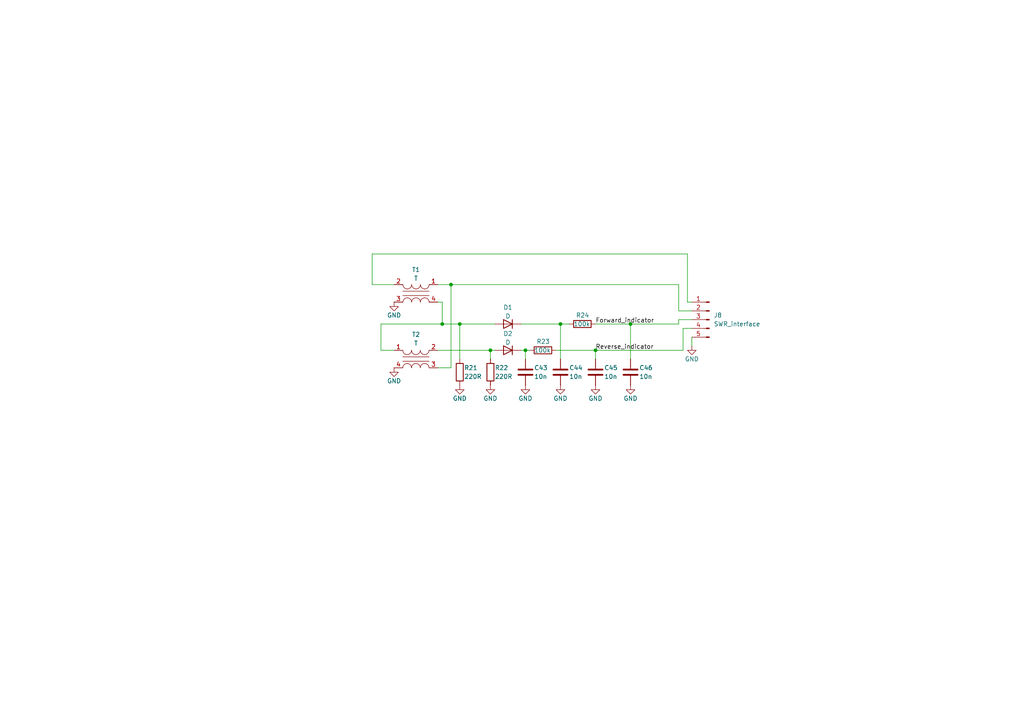
<source format=kicad_sch>
(kicad_sch
	(version 20231120)
	(generator "eeschema")
	(generator_version "8.0")
	(uuid "2bf36542-0dac-4254-987c-241d2bd51dd5")
	(paper "A4")
	(lib_symbols
		(symbol "Connector:Conn_01x05_Pin"
			(pin_names
				(offset 1.016) hide)
			(exclude_from_sim no)
			(in_bom yes)
			(on_board yes)
			(property "Reference" "J"
				(at 0 7.62 0)
				(effects
					(font
						(size 1.27 1.27)
					)
				)
			)
			(property "Value" "Conn_01x05_Pin"
				(at 0 -7.62 0)
				(effects
					(font
						(size 1.27 1.27)
					)
				)
			)
			(property "Footprint" ""
				(at 0 0 0)
				(effects
					(font
						(size 1.27 1.27)
					)
					(hide yes)
				)
			)
			(property "Datasheet" "~"
				(at 0 0 0)
				(effects
					(font
						(size 1.27 1.27)
					)
					(hide yes)
				)
			)
			(property "Description" "Generic connector, single row, 01x05, script generated"
				(at 0 0 0)
				(effects
					(font
						(size 1.27 1.27)
					)
					(hide yes)
				)
			)
			(property "ki_locked" ""
				(at 0 0 0)
				(effects
					(font
						(size 1.27 1.27)
					)
				)
			)
			(property "ki_keywords" "connector"
				(at 0 0 0)
				(effects
					(font
						(size 1.27 1.27)
					)
					(hide yes)
				)
			)
			(property "ki_fp_filters" "Connector*:*_1x??_*"
				(at 0 0 0)
				(effects
					(font
						(size 1.27 1.27)
					)
					(hide yes)
				)
			)
			(symbol "Conn_01x05_Pin_1_1"
				(polyline
					(pts
						(xy 1.27 -5.08) (xy 0.8636 -5.08)
					)
					(stroke
						(width 0.1524)
						(type default)
					)
					(fill
						(type none)
					)
				)
				(polyline
					(pts
						(xy 1.27 -2.54) (xy 0.8636 -2.54)
					)
					(stroke
						(width 0.1524)
						(type default)
					)
					(fill
						(type none)
					)
				)
				(polyline
					(pts
						(xy 1.27 0) (xy 0.8636 0)
					)
					(stroke
						(width 0.1524)
						(type default)
					)
					(fill
						(type none)
					)
				)
				(polyline
					(pts
						(xy 1.27 2.54) (xy 0.8636 2.54)
					)
					(stroke
						(width 0.1524)
						(type default)
					)
					(fill
						(type none)
					)
				)
				(polyline
					(pts
						(xy 1.27 5.08) (xy 0.8636 5.08)
					)
					(stroke
						(width 0.1524)
						(type default)
					)
					(fill
						(type none)
					)
				)
				(rectangle
					(start 0.8636 -4.953)
					(end 0 -5.207)
					(stroke
						(width 0.1524)
						(type default)
					)
					(fill
						(type outline)
					)
				)
				(rectangle
					(start 0.8636 -2.413)
					(end 0 -2.667)
					(stroke
						(width 0.1524)
						(type default)
					)
					(fill
						(type outline)
					)
				)
				(rectangle
					(start 0.8636 0.127)
					(end 0 -0.127)
					(stroke
						(width 0.1524)
						(type default)
					)
					(fill
						(type outline)
					)
				)
				(rectangle
					(start 0.8636 2.667)
					(end 0 2.413)
					(stroke
						(width 0.1524)
						(type default)
					)
					(fill
						(type outline)
					)
				)
				(rectangle
					(start 0.8636 5.207)
					(end 0 4.953)
					(stroke
						(width 0.1524)
						(type default)
					)
					(fill
						(type outline)
					)
				)
				(pin passive line
					(at 5.08 5.08 180)
					(length 3.81)
					(name "Pin_1"
						(effects
							(font
								(size 1.27 1.27)
							)
						)
					)
					(number "1"
						(effects
							(font
								(size 1.27 1.27)
							)
						)
					)
				)
				(pin passive line
					(at 5.08 2.54 180)
					(length 3.81)
					(name "Pin_2"
						(effects
							(font
								(size 1.27 1.27)
							)
						)
					)
					(number "2"
						(effects
							(font
								(size 1.27 1.27)
							)
						)
					)
				)
				(pin passive line
					(at 5.08 0 180)
					(length 3.81)
					(name "Pin_3"
						(effects
							(font
								(size 1.27 1.27)
							)
						)
					)
					(number "3"
						(effects
							(font
								(size 1.27 1.27)
							)
						)
					)
				)
				(pin passive line
					(at 5.08 -2.54 180)
					(length 3.81)
					(name "Pin_4"
						(effects
							(font
								(size 1.27 1.27)
							)
						)
					)
					(number "4"
						(effects
							(font
								(size 1.27 1.27)
							)
						)
					)
				)
				(pin passive line
					(at 5.08 -5.08 180)
					(length 3.81)
					(name "Pin_5"
						(effects
							(font
								(size 1.27 1.27)
							)
						)
					)
					(number "5"
						(effects
							(font
								(size 1.27 1.27)
							)
						)
					)
				)
			)
		)
		(symbol "Device:C"
			(pin_numbers hide)
			(pin_names
				(offset 0.254)
			)
			(exclude_from_sim no)
			(in_bom yes)
			(on_board yes)
			(property "Reference" "C"
				(at 0.635 2.54 0)
				(effects
					(font
						(size 1.27 1.27)
					)
					(justify left)
				)
			)
			(property "Value" "C"
				(at 0.635 -2.54 0)
				(effects
					(font
						(size 1.27 1.27)
					)
					(justify left)
				)
			)
			(property "Footprint" ""
				(at 0.9652 -3.81 0)
				(effects
					(font
						(size 1.27 1.27)
					)
					(hide yes)
				)
			)
			(property "Datasheet" "~"
				(at 0 0 0)
				(effects
					(font
						(size 1.27 1.27)
					)
					(hide yes)
				)
			)
			(property "Description" "Unpolarized capacitor"
				(at 0 0 0)
				(effects
					(font
						(size 1.27 1.27)
					)
					(hide yes)
				)
			)
			(property "ki_keywords" "cap capacitor"
				(at 0 0 0)
				(effects
					(font
						(size 1.27 1.27)
					)
					(hide yes)
				)
			)
			(property "ki_fp_filters" "C_*"
				(at 0 0 0)
				(effects
					(font
						(size 1.27 1.27)
					)
					(hide yes)
				)
			)
			(symbol "C_0_1"
				(polyline
					(pts
						(xy -2.032 -0.762) (xy 2.032 -0.762)
					)
					(stroke
						(width 0.508)
						(type default)
					)
					(fill
						(type none)
					)
				)
				(polyline
					(pts
						(xy -2.032 0.762) (xy 2.032 0.762)
					)
					(stroke
						(width 0.508)
						(type default)
					)
					(fill
						(type none)
					)
				)
			)
			(symbol "C_1_1"
				(pin passive line
					(at 0 3.81 270)
					(length 2.794)
					(name "~"
						(effects
							(font
								(size 1.27 1.27)
							)
						)
					)
					(number "1"
						(effects
							(font
								(size 1.27 1.27)
							)
						)
					)
				)
				(pin passive line
					(at 0 -3.81 90)
					(length 2.794)
					(name "~"
						(effects
							(font
								(size 1.27 1.27)
							)
						)
					)
					(number "2"
						(effects
							(font
								(size 1.27 1.27)
							)
						)
					)
				)
			)
		)
		(symbol "Device:D"
			(pin_numbers hide)
			(pin_names
				(offset 1.016) hide)
			(exclude_from_sim no)
			(in_bom yes)
			(on_board yes)
			(property "Reference" "D"
				(at 0 2.54 0)
				(effects
					(font
						(size 1.27 1.27)
					)
				)
			)
			(property "Value" "D"
				(at 0 -2.54 0)
				(effects
					(font
						(size 1.27 1.27)
					)
				)
			)
			(property "Footprint" ""
				(at 0 0 0)
				(effects
					(font
						(size 1.27 1.27)
					)
					(hide yes)
				)
			)
			(property "Datasheet" "~"
				(at 0 0 0)
				(effects
					(font
						(size 1.27 1.27)
					)
					(hide yes)
				)
			)
			(property "Description" "Diode"
				(at 0 0 0)
				(effects
					(font
						(size 1.27 1.27)
					)
					(hide yes)
				)
			)
			(property "Sim.Device" "D"
				(at 0 0 0)
				(effects
					(font
						(size 1.27 1.27)
					)
					(hide yes)
				)
			)
			(property "Sim.Pins" "1=K 2=A"
				(at 0 0 0)
				(effects
					(font
						(size 1.27 1.27)
					)
					(hide yes)
				)
			)
			(property "ki_keywords" "diode"
				(at 0 0 0)
				(effects
					(font
						(size 1.27 1.27)
					)
					(hide yes)
				)
			)
			(property "ki_fp_filters" "TO-???* *_Diode_* *SingleDiode* D_*"
				(at 0 0 0)
				(effects
					(font
						(size 1.27 1.27)
					)
					(hide yes)
				)
			)
			(symbol "D_0_1"
				(polyline
					(pts
						(xy -1.27 1.27) (xy -1.27 -1.27)
					)
					(stroke
						(width 0.254)
						(type default)
					)
					(fill
						(type none)
					)
				)
				(polyline
					(pts
						(xy 1.27 0) (xy -1.27 0)
					)
					(stroke
						(width 0)
						(type default)
					)
					(fill
						(type none)
					)
				)
				(polyline
					(pts
						(xy 1.27 1.27) (xy 1.27 -1.27) (xy -1.27 0) (xy 1.27 1.27)
					)
					(stroke
						(width 0.254)
						(type default)
					)
					(fill
						(type none)
					)
				)
			)
			(symbol "D_1_1"
				(pin passive line
					(at -3.81 0 0)
					(length 2.54)
					(name "K"
						(effects
							(font
								(size 1.27 1.27)
							)
						)
					)
					(number "1"
						(effects
							(font
								(size 1.27 1.27)
							)
						)
					)
				)
				(pin passive line
					(at 3.81 0 180)
					(length 2.54)
					(name "A"
						(effects
							(font
								(size 1.27 1.27)
							)
						)
					)
					(number "2"
						(effects
							(font
								(size 1.27 1.27)
							)
						)
					)
				)
			)
		)
		(symbol "Device:R"
			(pin_numbers hide)
			(pin_names
				(offset 0)
			)
			(exclude_from_sim no)
			(in_bom yes)
			(on_board yes)
			(property "Reference" "R"
				(at 2.032 0 90)
				(effects
					(font
						(size 1.27 1.27)
					)
				)
			)
			(property "Value" "R"
				(at 0 0 90)
				(effects
					(font
						(size 1.27 1.27)
					)
				)
			)
			(property "Footprint" ""
				(at -1.778 0 90)
				(effects
					(font
						(size 1.27 1.27)
					)
					(hide yes)
				)
			)
			(property "Datasheet" "~"
				(at 0 0 0)
				(effects
					(font
						(size 1.27 1.27)
					)
					(hide yes)
				)
			)
			(property "Description" "Resistor"
				(at 0 0 0)
				(effects
					(font
						(size 1.27 1.27)
					)
					(hide yes)
				)
			)
			(property "ki_keywords" "R res resistor"
				(at 0 0 0)
				(effects
					(font
						(size 1.27 1.27)
					)
					(hide yes)
				)
			)
			(property "ki_fp_filters" "R_*"
				(at 0 0 0)
				(effects
					(font
						(size 1.27 1.27)
					)
					(hide yes)
				)
			)
			(symbol "R_0_1"
				(rectangle
					(start -1.016 -2.54)
					(end 1.016 2.54)
					(stroke
						(width 0.254)
						(type default)
					)
					(fill
						(type none)
					)
				)
			)
			(symbol "R_1_1"
				(pin passive line
					(at 0 3.81 270)
					(length 1.27)
					(name "~"
						(effects
							(font
								(size 1.27 1.27)
							)
						)
					)
					(number "1"
						(effects
							(font
								(size 1.27 1.27)
							)
						)
					)
				)
				(pin passive line
					(at 0 -3.81 90)
					(length 1.27)
					(name "~"
						(effects
							(font
								(size 1.27 1.27)
							)
						)
					)
					(number "2"
						(effects
							(font
								(size 1.27 1.27)
							)
						)
					)
				)
			)
		)
		(symbol "power:GND"
			(power)
			(pin_numbers hide)
			(pin_names
				(offset 0) hide)
			(exclude_from_sim no)
			(in_bom yes)
			(on_board yes)
			(property "Reference" "#PWR"
				(at 0 -6.35 0)
				(effects
					(font
						(size 1.27 1.27)
					)
					(hide yes)
				)
			)
			(property "Value" "GND"
				(at 0 -3.81 0)
				(effects
					(font
						(size 1.27 1.27)
					)
				)
			)
			(property "Footprint" ""
				(at 0 0 0)
				(effects
					(font
						(size 1.27 1.27)
					)
					(hide yes)
				)
			)
			(property "Datasheet" ""
				(at 0 0 0)
				(effects
					(font
						(size 1.27 1.27)
					)
					(hide yes)
				)
			)
			(property "Description" "Power symbol creates a global label with name \"GND\" , ground"
				(at 0 0 0)
				(effects
					(font
						(size 1.27 1.27)
					)
					(hide yes)
				)
			)
			(property "ki_keywords" "global power"
				(at 0 0 0)
				(effects
					(font
						(size 1.27 1.27)
					)
					(hide yes)
				)
			)
			(symbol "GND_0_1"
				(polyline
					(pts
						(xy 0 0) (xy 0 -1.27) (xy 1.27 -1.27) (xy 0 -2.54) (xy -1.27 -1.27) (xy 0 -1.27)
					)
					(stroke
						(width 0)
						(type default)
					)
					(fill
						(type none)
					)
				)
			)
			(symbol "GND_1_1"
				(pin power_in line
					(at 0 0 270)
					(length 0)
					(name "~"
						(effects
							(font
								(size 1.27 1.27)
							)
						)
					)
					(number "1"
						(effects
							(font
								(size 1.27 1.27)
							)
						)
					)
				)
			)
		)
		(symbol "summit_scourer:Transformer_1P_1S_horizontal"
			(pin_names
				(offset 1.016) hide)
			(exclude_from_sim no)
			(in_bom yes)
			(on_board yes)
			(property "Reference" "T"
				(at 0 4.572 0)
				(effects
					(font
						(size 1.27 1.27)
					)
				)
			)
			(property "Value" "Transformer_1P_1S_horizontal"
				(at -0.508 -9.144 0)
				(effects
					(font
						(size 1.27 1.27)
					)
				)
			)
			(property "Footprint" ""
				(at 1.27 0 90)
				(effects
					(font
						(size 1.27 1.27)
					)
					(hide yes)
				)
			)
			(property "Datasheet" "~"
				(at 0 0 90)
				(effects
					(font
						(size 1.27 1.27)
					)
					(hide yes)
				)
			)
			(property "Description" "Transformer, single primary, single secondary"
				(at 0.127 -7.239 0)
				(effects
					(font
						(size 1.27 1.27)
					)
					(hide yes)
				)
			)
			(property "ki_keywords" "transformer coil magnet"
				(at 0 0 0)
				(effects
					(font
						(size 1.27 1.27)
					)
					(hide yes)
				)
			)
			(symbol "Transformer_1P_1S_horizontal_0_1"
				(arc
					(start -3.81 2.54)
					(mid -3.438 1.642)
					(end -2.54 1.27)
					(stroke
						(width 0)
						(type default)
					)
					(fill
						(type none)
					)
				)
				(arc
					(start -2.54 -1.2954)
					(mid -3.4417 -1.6457)
					(end -3.81 -2.54)
					(stroke
						(width 0)
						(type default)
					)
					(fill
						(type none)
					)
				)
				(arc
					(start -2.54 1.27)
					(mid -1.6636 1.656)
					(end -1.2954 2.54)
					(stroke
						(width 0)
						(type default)
					)
					(fill
						(type none)
					)
				)
				(arc
					(start -1.2954 -2.54)
					(mid -1.6599 -1.6599)
					(end -2.54 -1.2954)
					(stroke
						(width 0)
						(type default)
					)
					(fill
						(type none)
					)
				)
				(arc
					(start -1.27 2.54)
					(mid -0.898 1.642)
					(end 0 1.27)
					(stroke
						(width 0)
						(type default)
					)
					(fill
						(type none)
					)
				)
				(arc
					(start 0 -1.2954)
					(mid -0.9017 -1.6457)
					(end -1.27 -2.54)
					(stroke
						(width 0)
						(type default)
					)
					(fill
						(type none)
					)
				)
				(polyline
					(pts
						(xy -3.81 0.635) (xy 3.81 0.635)
					)
					(stroke
						(width 0)
						(type default)
					)
					(fill
						(type none)
					)
				)
				(polyline
					(pts
						(xy 3.81 -0.635) (xy -3.81 -0.635)
					)
					(stroke
						(width 0)
						(type default)
					)
					(fill
						(type none)
					)
				)
				(arc
					(start 0 1.27)
					(mid 0.8764 1.656)
					(end 1.2446 2.54)
					(stroke
						(width 0)
						(type default)
					)
					(fill
						(type none)
					)
				)
				(arc
					(start 1.2446 -2.54)
					(mid 0.8801 -1.6599)
					(end 0 -1.2954)
					(stroke
						(width 0)
						(type default)
					)
					(fill
						(type none)
					)
				)
				(arc
					(start 1.27 2.54)
					(mid 1.642 1.642)
					(end 2.54 1.27)
					(stroke
						(width 0)
						(type default)
					)
					(fill
						(type none)
					)
				)
				(arc
					(start 2.54 -1.2954)
					(mid 1.6383 -1.6457)
					(end 1.27 -2.54)
					(stroke
						(width 0)
						(type default)
					)
					(fill
						(type none)
					)
				)
				(arc
					(start 2.54 1.27)
					(mid 3.4164 1.656)
					(end 3.7846 2.54)
					(stroke
						(width 0)
						(type default)
					)
					(fill
						(type none)
					)
				)
				(arc
					(start 3.7846 -2.54)
					(mid 3.4201 -1.6599)
					(end 2.54 -1.2954)
					(stroke
						(width 0)
						(type default)
					)
					(fill
						(type none)
					)
				)
			)
			(symbol "Transformer_1P_1S_horizontal_1_1"
				(pin passive line
					(at -6.35 2.54 0)
					(length 2.54)
					(name "AA"
						(effects
							(font
								(size 1.27 1.27)
							)
						)
					)
					(number "1"
						(effects
							(font
								(size 1.27 1.27)
							)
						)
					)
				)
				(pin passive line
					(at 6.35 2.54 180)
					(length 2.54)
					(name "AB"
						(effects
							(font
								(size 1.27 1.27)
							)
						)
					)
					(number "2"
						(effects
							(font
								(size 1.27 1.27)
							)
						)
					)
				)
				(pin passive line
					(at 6.35 -2.54 180)
					(length 2.54)
					(name "SA"
						(effects
							(font
								(size 1.27 1.27)
							)
						)
					)
					(number "3"
						(effects
							(font
								(size 1.27 1.27)
							)
						)
					)
				)
				(pin passive line
					(at -6.35 -2.54 0)
					(length 2.54)
					(name "SB"
						(effects
							(font
								(size 1.27 1.27)
							)
						)
					)
					(number "4"
						(effects
							(font
								(size 1.27 1.27)
							)
						)
					)
				)
			)
		)
	)
	(junction
		(at 162.56 93.98)
		(diameter 0)
		(color 0 0 0 0)
		(uuid "03891c04-5a5e-4c29-97df-b5603dbd3ef5")
	)
	(junction
		(at 152.4 101.6)
		(diameter 0)
		(color 0 0 0 0)
		(uuid "050d2135-71b0-4ec9-a24e-0ff64f872b7a")
	)
	(junction
		(at 130.81 82.55)
		(diameter 0)
		(color 0 0 0 0)
		(uuid "3353d68d-89e4-4764-9eb9-a286c76446eb")
	)
	(junction
		(at 172.72 101.6)
		(diameter 0)
		(color 0 0 0 0)
		(uuid "3d21c572-e73b-4ca4-b7ce-adf6daf6efee")
	)
	(junction
		(at 128.27 93.98)
		(diameter 0)
		(color 0 0 0 0)
		(uuid "3f4d5828-cec1-414f-9ce5-3e012c0657fe")
	)
	(junction
		(at 182.88 93.98)
		(diameter 0)
		(color 0 0 0 0)
		(uuid "8aa7fca1-307a-403e-9f13-17887ac474c5")
	)
	(junction
		(at 133.35 93.98)
		(diameter 0)
		(color 0 0 0 0)
		(uuid "e912e471-ab09-4581-a888-0e6ab0fb578b")
	)
	(junction
		(at 142.24 101.6)
		(diameter 0)
		(color 0 0 0 0)
		(uuid "f8e4324b-719d-44b5-9dff-d4fdaafef13d")
	)
	(wire
		(pts
			(xy 114.3 82.55) (xy 107.95 82.55)
		)
		(stroke
			(width 0)
			(type default)
		)
		(uuid "012e200e-a1cc-438e-9700-69c9c032a8dc")
	)
	(wire
		(pts
			(xy 151.13 93.98) (xy 162.56 93.98)
		)
		(stroke
			(width 0)
			(type default)
		)
		(uuid "022e53f7-bb42-4956-98b8-d4dbbf4ea1bd")
	)
	(wire
		(pts
			(xy 198.12 95.25) (xy 200.66 95.25)
		)
		(stroke
			(width 0)
			(type default)
		)
		(uuid "0600f777-0368-47bb-b84f-e7d591c729a7")
	)
	(wire
		(pts
			(xy 182.88 93.98) (xy 182.88 104.14)
		)
		(stroke
			(width 0)
			(type default)
		)
		(uuid "0fb3dfd2-a552-4920-87e5-7faf55243807")
	)
	(wire
		(pts
			(xy 128.27 87.63) (xy 128.27 93.98)
		)
		(stroke
			(width 0)
			(type default)
		)
		(uuid "1541dc90-437f-43b3-9f04-3003177ba614")
	)
	(wire
		(pts
			(xy 198.12 101.6) (xy 198.12 95.25)
		)
		(stroke
			(width 0)
			(type default)
		)
		(uuid "2116325c-b0da-480a-8250-57a4f253e010")
	)
	(wire
		(pts
			(xy 162.56 93.98) (xy 165.1 93.98)
		)
		(stroke
			(width 0)
			(type default)
		)
		(uuid "27bbf95a-0d69-4f71-a492-02789c8ac81d")
	)
	(wire
		(pts
			(xy 172.72 93.98) (xy 182.88 93.98)
		)
		(stroke
			(width 0)
			(type default)
		)
		(uuid "2b3fe751-7d85-4212-9070-576fad674dd4")
	)
	(wire
		(pts
			(xy 130.81 106.68) (xy 127 106.68)
		)
		(stroke
			(width 0)
			(type default)
		)
		(uuid "2d751487-bca2-4458-9270-721662483fb9")
	)
	(wire
		(pts
			(xy 107.95 82.55) (xy 107.95 73.66)
		)
		(stroke
			(width 0)
			(type default)
		)
		(uuid "30cbffea-53e1-466c-8aae-a3216c4a6e3c")
	)
	(wire
		(pts
			(xy 152.4 104.14) (xy 152.4 101.6)
		)
		(stroke
			(width 0)
			(type default)
		)
		(uuid "3854634e-eff6-4251-aa8b-edb2d89f9e98")
	)
	(wire
		(pts
			(xy 127 82.55) (xy 130.81 82.55)
		)
		(stroke
			(width 0)
			(type default)
		)
		(uuid "4172f5d4-d87d-4c45-a33f-f960518d3013")
	)
	(wire
		(pts
			(xy 130.81 82.55) (xy 130.81 106.68)
		)
		(stroke
			(width 0)
			(type default)
		)
		(uuid "452c387a-111e-49b1-ade7-25fdc7d07cbd")
	)
	(wire
		(pts
			(xy 162.56 93.98) (xy 162.56 104.14)
		)
		(stroke
			(width 0)
			(type default)
		)
		(uuid "46eb59ab-542b-4c36-aee6-d5e8d9c0904d")
	)
	(wire
		(pts
			(xy 142.24 101.6) (xy 143.51 101.6)
		)
		(stroke
			(width 0)
			(type default)
		)
		(uuid "4762f3ee-5648-466d-9e7b-1b5aa9eb6a55")
	)
	(wire
		(pts
			(xy 196.85 92.71) (xy 200.66 92.71)
		)
		(stroke
			(width 0)
			(type default)
		)
		(uuid "4a32b793-6965-4f50-b75e-c359472db85c")
	)
	(wire
		(pts
			(xy 199.39 87.63) (xy 199.39 73.66)
		)
		(stroke
			(width 0)
			(type default)
		)
		(uuid "57436599-3154-4971-ae4f-9ae9970a86d3")
	)
	(wire
		(pts
			(xy 107.95 73.66) (xy 199.39 73.66)
		)
		(stroke
			(width 0)
			(type default)
		)
		(uuid "5eaa90ad-06cc-4863-92ec-f8d4ae569b7b")
	)
	(wire
		(pts
			(xy 200.66 87.63) (xy 199.39 87.63)
		)
		(stroke
			(width 0)
			(type default)
		)
		(uuid "636efc3d-bc4d-46ec-a66f-55ad882e2962")
	)
	(wire
		(pts
			(xy 128.27 93.98) (xy 133.35 93.98)
		)
		(stroke
			(width 0)
			(type default)
		)
		(uuid "6606cbc6-4f48-46a3-b4ad-fa427358ab33")
	)
	(wire
		(pts
			(xy 110.49 93.98) (xy 110.49 101.6)
		)
		(stroke
			(width 0)
			(type default)
		)
		(uuid "6803fa9a-6d12-440a-931c-a6ea214218b3")
	)
	(wire
		(pts
			(xy 182.88 93.98) (xy 196.85 93.98)
		)
		(stroke
			(width 0)
			(type default)
		)
		(uuid "7088ea7f-aa8b-4752-acb3-f1a44ceaf985")
	)
	(wire
		(pts
			(xy 172.72 101.6) (xy 198.12 101.6)
		)
		(stroke
			(width 0)
			(type default)
		)
		(uuid "73fe485a-e720-4a5c-92bb-acdd430931f6")
	)
	(wire
		(pts
			(xy 142.24 101.6) (xy 142.24 104.14)
		)
		(stroke
			(width 0)
			(type default)
		)
		(uuid "81442f9a-06a9-4908-be3e-938e4579072e")
	)
	(wire
		(pts
			(xy 152.4 101.6) (xy 153.67 101.6)
		)
		(stroke
			(width 0)
			(type default)
		)
		(uuid "8aeb4db5-d904-4c19-9f83-6195c319962c")
	)
	(wire
		(pts
			(xy 130.81 82.55) (xy 196.85 82.55)
		)
		(stroke
			(width 0)
			(type default)
		)
		(uuid "8e7ebf2f-8233-4da0-9020-70c7456ad44c")
	)
	(wire
		(pts
			(xy 196.85 90.17) (xy 200.66 90.17)
		)
		(stroke
			(width 0)
			(type default)
		)
		(uuid "8ef25c01-ba2a-4978-a1d0-2634865a0bf3")
	)
	(wire
		(pts
			(xy 133.35 93.98) (xy 143.51 93.98)
		)
		(stroke
			(width 0)
			(type default)
		)
		(uuid "977eb0dc-0b1e-4dac-8163-74e57685f3d6")
	)
	(wire
		(pts
			(xy 196.85 82.55) (xy 196.85 90.17)
		)
		(stroke
			(width 0)
			(type default)
		)
		(uuid "ae33f391-819a-4e48-afcb-7235a078cbff")
	)
	(wire
		(pts
			(xy 200.66 97.79) (xy 200.66 100.33)
		)
		(stroke
			(width 0)
			(type default)
		)
		(uuid "bc41d9b7-8c08-4471-92f6-fe1c1f61da44")
	)
	(wire
		(pts
			(xy 152.4 101.6) (xy 151.13 101.6)
		)
		(stroke
			(width 0)
			(type default)
		)
		(uuid "bd35e8ca-448d-47a5-92e6-58cc7d4e1821")
	)
	(wire
		(pts
			(xy 110.49 101.6) (xy 114.3 101.6)
		)
		(stroke
			(width 0)
			(type default)
		)
		(uuid "cbfdf9c3-4c18-4fc8-a5bb-de800a738057")
	)
	(wire
		(pts
			(xy 127 87.63) (xy 128.27 87.63)
		)
		(stroke
			(width 0)
			(type default)
		)
		(uuid "ce0cebb5-f5b1-452c-ba0b-73629435708e")
	)
	(wire
		(pts
			(xy 127 101.6) (xy 142.24 101.6)
		)
		(stroke
			(width 0)
			(type default)
		)
		(uuid "d4ea51c5-7062-421b-9811-b883e0f65643")
	)
	(wire
		(pts
			(xy 196.85 93.98) (xy 196.85 92.71)
		)
		(stroke
			(width 0)
			(type default)
		)
		(uuid "d7dff9c2-5238-4ec9-9e20-aedcdb34fdf6")
	)
	(wire
		(pts
			(xy 133.35 93.98) (xy 133.35 104.14)
		)
		(stroke
			(width 0)
			(type default)
		)
		(uuid "e5553e8f-eed9-4e08-a3da-495ce0f36f91")
	)
	(wire
		(pts
			(xy 128.27 93.98) (xy 110.49 93.98)
		)
		(stroke
			(width 0)
			(type default)
		)
		(uuid "e789e929-83d9-44e7-9604-a899a01227d0")
	)
	(wire
		(pts
			(xy 161.29 101.6) (xy 172.72 101.6)
		)
		(stroke
			(width 0)
			(type default)
		)
		(uuid "f17362a0-eb8b-4354-8e64-6e2ee63505fa")
	)
	(wire
		(pts
			(xy 172.72 104.14) (xy 172.72 101.6)
		)
		(stroke
			(width 0)
			(type default)
		)
		(uuid "fc897693-fdf0-4a8b-8137-15dd6fa5fef1")
	)
	(label "Reverse_indicator"
		(at 172.72 101.6 0)
		(fields_autoplaced yes)
		(effects
			(font
				(size 1.27 1.27)
			)
			(justify left bottom)
		)
		(uuid "2681216d-c0e3-49c3-aa88-e96120f11334")
	)
	(label "Forward_indicator"
		(at 172.72 93.98 0)
		(fields_autoplaced yes)
		(effects
			(font
				(size 1.27 1.27)
			)
			(justify left bottom)
		)
		(uuid "3c3e7bce-e1f0-4585-af28-a418bbc1bbe7")
	)
	(symbol
		(lib_id "power:GND")
		(at 200.66 100.33 0)
		(unit 1)
		(exclude_from_sim no)
		(in_bom yes)
		(on_board yes)
		(dnp no)
		(uuid "069473d0-911f-4a09-839c-3bd62a5cc771")
		(property "Reference" "#PWR090"
			(at 200.66 106.68 0)
			(effects
				(font
					(size 1.27 1.27)
				)
				(hide yes)
			)
		)
		(property "Value" "GND"
			(at 200.66 104.14 0)
			(effects
				(font
					(size 1.27 1.27)
				)
			)
		)
		(property "Footprint" ""
			(at 200.66 100.33 0)
			(effects
				(font
					(size 1.27 1.27)
				)
				(hide yes)
			)
		)
		(property "Datasheet" ""
			(at 200.66 100.33 0)
			(effects
				(font
					(size 1.27 1.27)
				)
				(hide yes)
			)
		)
		(property "Description" "Power symbol creates a global label with name \"GND\" , ground"
			(at 200.66 100.33 0)
			(effects
				(font
					(size 1.27 1.27)
				)
				(hide yes)
			)
		)
		(pin "1"
			(uuid "302a8341-1537-430e-a801-e0e6136a2025")
		)
		(instances
			(project "summit_scourer"
				(path "/97fa5a9e-fea2-40ae-976c-23c41ffbf522/96e9386b-6b49-4ec0-abf4-e3a9dfeae7e6"
					(reference "#PWR090")
					(unit 1)
				)
			)
		)
	)
	(symbol
		(lib_id "power:GND")
		(at 152.4 111.76 0)
		(unit 1)
		(exclude_from_sim no)
		(in_bom yes)
		(on_board yes)
		(dnp no)
		(uuid "0a200cbe-a446-45d3-aef7-eb5d3d37a90e")
		(property "Reference" "#PWR066"
			(at 152.4 118.11 0)
			(effects
				(font
					(size 1.27 1.27)
				)
				(hide yes)
			)
		)
		(property "Value" "GND"
			(at 152.4 115.57 0)
			(effects
				(font
					(size 1.27 1.27)
				)
			)
		)
		(property "Footprint" ""
			(at 152.4 111.76 0)
			(effects
				(font
					(size 1.27 1.27)
				)
				(hide yes)
			)
		)
		(property "Datasheet" ""
			(at 152.4 111.76 0)
			(effects
				(font
					(size 1.27 1.27)
				)
				(hide yes)
			)
		)
		(property "Description" "Power symbol creates a global label with name \"GND\" , ground"
			(at 152.4 111.76 0)
			(effects
				(font
					(size 1.27 1.27)
				)
				(hide yes)
			)
		)
		(pin "1"
			(uuid "e6fad0a4-77d6-44b2-9ef4-cb9fb848b754")
		)
		(instances
			(project "summit_scourer"
				(path "/97fa5a9e-fea2-40ae-976c-23c41ffbf522/96e9386b-6b49-4ec0-abf4-e3a9dfeae7e6"
					(reference "#PWR066")
					(unit 1)
				)
			)
		)
	)
	(symbol
		(lib_id "power:GND")
		(at 162.56 111.76 0)
		(unit 1)
		(exclude_from_sim no)
		(in_bom yes)
		(on_board yes)
		(dnp no)
		(uuid "16eaa420-ec29-416d-b039-4bde644f9c64")
		(property "Reference" "#PWR067"
			(at 162.56 118.11 0)
			(effects
				(font
					(size 1.27 1.27)
				)
				(hide yes)
			)
		)
		(property "Value" "GND"
			(at 162.56 115.57 0)
			(effects
				(font
					(size 1.27 1.27)
				)
			)
		)
		(property "Footprint" ""
			(at 162.56 111.76 0)
			(effects
				(font
					(size 1.27 1.27)
				)
				(hide yes)
			)
		)
		(property "Datasheet" ""
			(at 162.56 111.76 0)
			(effects
				(font
					(size 1.27 1.27)
				)
				(hide yes)
			)
		)
		(property "Description" "Power symbol creates a global label with name \"GND\" , ground"
			(at 162.56 111.76 0)
			(effects
				(font
					(size 1.27 1.27)
				)
				(hide yes)
			)
		)
		(pin "1"
			(uuid "7d45f692-b2a3-49d1-8a75-890f45ba6f5d")
		)
		(instances
			(project "summit_scourer"
				(path "/97fa5a9e-fea2-40ae-976c-23c41ffbf522/96e9386b-6b49-4ec0-abf4-e3a9dfeae7e6"
					(reference "#PWR067")
					(unit 1)
				)
			)
		)
	)
	(symbol
		(lib_id "summit_scourer:Transformer_1P_1S_horizontal")
		(at 120.65 104.14 0)
		(unit 1)
		(exclude_from_sim no)
		(in_bom yes)
		(on_board yes)
		(dnp no)
		(uuid "2f8eb58b-e8d1-4aa4-a8ff-8149628bdde1")
		(property "Reference" "T2"
			(at 120.65 97.028 0)
			(effects
				(font
					(size 1.27 1.27)
				)
			)
		)
		(property "Value" "T"
			(at 120.65 99.568 0)
			(effects
				(font
					(size 1.27 1.27)
				)
			)
		)
		(property "Footprint" "summit_scourer:torroid_transformer"
			(at 121.92 104.14 90)
			(effects
				(font
					(size 1.27 1.27)
				)
				(hide yes)
			)
		)
		(property "Datasheet" "~"
			(at 120.65 104.14 90)
			(effects
				(font
					(size 1.27 1.27)
				)
				(hide yes)
			)
		)
		(property "Description" "Transformer, single primary, single secondary"
			(at 120.777 111.379 0)
			(effects
				(font
					(size 1.27 1.27)
				)
				(hide yes)
			)
		)
		(pin "4"
			(uuid "1f489e66-e617-46a4-ab51-6a9bacc98171")
		)
		(pin "2"
			(uuid "d27bab37-aaab-40ba-b408-91c9c564a982")
		)
		(pin "1"
			(uuid "109beb46-4b17-4f94-a528-d0efde79c83f")
		)
		(pin "3"
			(uuid "34664aa4-4aa9-408a-9dd6-d8c6e654ce1e")
		)
		(instances
			(project "summit_scourer"
				(path "/97fa5a9e-fea2-40ae-976c-23c41ffbf522/96e9386b-6b49-4ec0-abf4-e3a9dfeae7e6"
					(reference "T2")
					(unit 1)
				)
			)
		)
	)
	(symbol
		(lib_id "Device:C")
		(at 172.72 107.95 0)
		(unit 1)
		(exclude_from_sim no)
		(in_bom yes)
		(on_board yes)
		(dnp no)
		(uuid "5a889f1e-2fb3-4da0-9626-418828e63f99")
		(property "Reference" "C45"
			(at 175.26 106.68 0)
			(effects
				(font
					(size 1.27 1.27)
				)
				(justify left)
			)
		)
		(property "Value" "10n"
			(at 175.26 109.22 0)
			(effects
				(font
					(size 1.27 1.27)
				)
				(justify left)
			)
		)
		(property "Footprint" "Capacitor_SMD:C_0603_1608Metric_Pad1.08x0.95mm_HandSolder"
			(at 173.6852 111.76 0)
			(effects
				(font
					(size 1.27 1.27)
				)
				(hide yes)
			)
		)
		(property "Datasheet" "~"
			(at 172.72 107.95 0)
			(effects
				(font
					(size 1.27 1.27)
				)
				(hide yes)
			)
		)
		(property "Description" "Unpolarized capacitor"
			(at 172.72 107.95 0)
			(effects
				(font
					(size 1.27 1.27)
				)
				(hide yes)
			)
		)
		(pin "2"
			(uuid "ab48019b-51b8-4a6f-aada-12153e9f8b15")
		)
		(pin "1"
			(uuid "46ef6527-1477-4ec9-8bae-390f3110151d")
		)
		(instances
			(project "summit_scourer"
				(path "/97fa5a9e-fea2-40ae-976c-23c41ffbf522/96e9386b-6b49-4ec0-abf4-e3a9dfeae7e6"
					(reference "C45")
					(unit 1)
				)
			)
		)
	)
	(symbol
		(lib_id "Device:C")
		(at 152.4 107.95 0)
		(unit 1)
		(exclude_from_sim no)
		(in_bom yes)
		(on_board yes)
		(dnp no)
		(uuid "659d726f-c052-4e15-b212-a359f28dfedb")
		(property "Reference" "C43"
			(at 154.94 106.68 0)
			(effects
				(font
					(size 1.27 1.27)
				)
				(justify left)
			)
		)
		(property "Value" "10n"
			(at 154.94 109.22 0)
			(effects
				(font
					(size 1.27 1.27)
				)
				(justify left)
			)
		)
		(property "Footprint" "Capacitor_SMD:C_0603_1608Metric_Pad1.08x0.95mm_HandSolder"
			(at 153.3652 111.76 0)
			(effects
				(font
					(size 1.27 1.27)
				)
				(hide yes)
			)
		)
		(property "Datasheet" "~"
			(at 152.4 107.95 0)
			(effects
				(font
					(size 1.27 1.27)
				)
				(hide yes)
			)
		)
		(property "Description" "Unpolarized capacitor"
			(at 152.4 107.95 0)
			(effects
				(font
					(size 1.27 1.27)
				)
				(hide yes)
			)
		)
		(pin "2"
			(uuid "b0bbd353-c82e-449b-97e9-20903a410c9c")
		)
		(pin "1"
			(uuid "9492fd84-ed0e-48cb-864a-19d166ad968c")
		)
		(instances
			(project "summit_scourer"
				(path "/97fa5a9e-fea2-40ae-976c-23c41ffbf522/96e9386b-6b49-4ec0-abf4-e3a9dfeae7e6"
					(reference "C43")
					(unit 1)
				)
			)
		)
	)
	(symbol
		(lib_id "Device:D")
		(at 147.32 101.6 0)
		(mirror y)
		(unit 1)
		(exclude_from_sim no)
		(in_bom yes)
		(on_board yes)
		(dnp no)
		(uuid "6d05b17e-de0f-407c-9cbe-d9c2acd1e4ff")
		(property "Reference" "D2"
			(at 147.32 96.774 0)
			(effects
				(font
					(size 1.27 1.27)
				)
			)
		)
		(property "Value" "D"
			(at 147.32 99.314 0)
			(effects
				(font
					(size 1.27 1.27)
				)
			)
		)
		(property "Footprint" "Diode_SMD:D_PowerDI-123"
			(at 147.32 101.6 0)
			(effects
				(font
					(size 1.27 1.27)
				)
				(hide yes)
			)
		)
		(property "Datasheet" "~"
			(at 147.32 101.6 0)
			(effects
				(font
					(size 1.27 1.27)
				)
				(hide yes)
			)
		)
		(property "Description" "Diode"
			(at 147.32 101.6 0)
			(effects
				(font
					(size 1.27 1.27)
				)
				(hide yes)
			)
		)
		(property "Sim.Device" "D"
			(at 147.32 101.6 0)
			(effects
				(font
					(size 1.27 1.27)
				)
				(hide yes)
			)
		)
		(property "Sim.Pins" "1=K 2=A"
			(at 147.32 101.6 0)
			(effects
				(font
					(size 1.27 1.27)
				)
				(hide yes)
			)
		)
		(pin "2"
			(uuid "59de8646-1d99-49a3-8337-720f0e58da15")
		)
		(pin "1"
			(uuid "23ea8669-5d5f-421f-af48-1b2372f6b085")
		)
		(instances
			(project "summit_scourer"
				(path "/97fa5a9e-fea2-40ae-976c-23c41ffbf522/96e9386b-6b49-4ec0-abf4-e3a9dfeae7e6"
					(reference "D2")
					(unit 1)
				)
			)
		)
	)
	(symbol
		(lib_id "Device:D")
		(at 147.32 93.98 0)
		(mirror y)
		(unit 1)
		(exclude_from_sim no)
		(in_bom yes)
		(on_board yes)
		(dnp no)
		(uuid "72196e3d-bb48-4468-9c0a-9c4ec3ecd168")
		(property "Reference" "D1"
			(at 147.32 89.154 0)
			(effects
				(font
					(size 1.27 1.27)
				)
			)
		)
		(property "Value" "D"
			(at 147.32 91.694 0)
			(effects
				(font
					(size 1.27 1.27)
				)
			)
		)
		(property "Footprint" "Diode_SMD:D_PowerDI-123"
			(at 147.32 93.98 0)
			(effects
				(font
					(size 1.27 1.27)
				)
				(hide yes)
			)
		)
		(property "Datasheet" "~"
			(at 147.32 93.98 0)
			(effects
				(font
					(size 1.27 1.27)
				)
				(hide yes)
			)
		)
		(property "Description" "Diode"
			(at 147.32 93.98 0)
			(effects
				(font
					(size 1.27 1.27)
				)
				(hide yes)
			)
		)
		(property "Sim.Device" "D"
			(at 147.32 93.98 0)
			(effects
				(font
					(size 1.27 1.27)
				)
				(hide yes)
			)
		)
		(property "Sim.Pins" "1=K 2=A"
			(at 147.32 93.98 0)
			(effects
				(font
					(size 1.27 1.27)
				)
				(hide yes)
			)
		)
		(pin "2"
			(uuid "a06cc056-eb8d-47c3-bba6-7098d88520bc")
		)
		(pin "1"
			(uuid "8bfd8702-5e21-4f74-9684-a5398388749d")
		)
		(instances
			(project "summit_scourer"
				(path "/97fa5a9e-fea2-40ae-976c-23c41ffbf522/96e9386b-6b49-4ec0-abf4-e3a9dfeae7e6"
					(reference "D1")
					(unit 1)
				)
			)
		)
	)
	(symbol
		(lib_id "Connector:Conn_01x05_Pin")
		(at 205.74 92.71 0)
		(mirror y)
		(unit 1)
		(exclude_from_sim no)
		(in_bom yes)
		(on_board yes)
		(dnp no)
		(fields_autoplaced yes)
		(uuid "7ce3d333-be2f-4bf9-9849-c49acde64813")
		(property "Reference" "J8"
			(at 207.01 91.4399 0)
			(effects
				(font
					(size 1.27 1.27)
				)
				(justify right)
			)
		)
		(property "Value" "SWR_interface"
			(at 207.01 93.9799 0)
			(effects
				(font
					(size 1.27 1.27)
				)
				(justify right)
			)
		)
		(property "Footprint" "Connector_PinHeader_2.54mm:PinHeader_1x05_P2.54mm_Vertical"
			(at 205.74 92.71 0)
			(effects
				(font
					(size 1.27 1.27)
				)
				(hide yes)
			)
		)
		(property "Datasheet" "~"
			(at 205.74 92.71 0)
			(effects
				(font
					(size 1.27 1.27)
				)
				(hide yes)
			)
		)
		(property "Description" "Generic connector, single row, 01x05, script generated"
			(at 205.74 92.71 0)
			(effects
				(font
					(size 1.27 1.27)
				)
				(hide yes)
			)
		)
		(pin "3"
			(uuid "4d40b3f1-6faa-4e93-8d51-65ce8a7c166c")
		)
		(pin "2"
			(uuid "ffebf3da-17c3-444c-8bb0-b263dcec4b96")
		)
		(pin "4"
			(uuid "d7f434ee-3f72-4ffc-bb94-831eb06842f3")
		)
		(pin "5"
			(uuid "00bb7221-42c4-4ad7-aeda-73fe0029d299")
		)
		(pin "1"
			(uuid "4313cc3e-cd75-4d2b-b936-59ea72985827")
		)
		(instances
			(project ""
				(path "/97fa5a9e-fea2-40ae-976c-23c41ffbf522/96e9386b-6b49-4ec0-abf4-e3a9dfeae7e6"
					(reference "J8")
					(unit 1)
				)
			)
		)
	)
	(symbol
		(lib_id "Device:R")
		(at 133.35 107.95 0)
		(unit 1)
		(exclude_from_sim no)
		(in_bom yes)
		(on_board yes)
		(dnp no)
		(uuid "7ec2450a-9b7c-467e-a4a7-081282f6fb68")
		(property "Reference" "R21"
			(at 134.62 106.68 0)
			(effects
				(font
					(size 1.27 1.27)
				)
				(justify left)
			)
		)
		(property "Value" "220R"
			(at 134.62 109.22 0)
			(effects
				(font
					(size 1.27 1.27)
				)
				(justify left)
			)
		)
		(property "Footprint" "Resistor_SMD:R_0603_1608Metric"
			(at 131.572 107.95 90)
			(effects
				(font
					(size 1.27 1.27)
				)
				(hide yes)
			)
		)
		(property "Datasheet" "~"
			(at 133.35 107.95 0)
			(effects
				(font
					(size 1.27 1.27)
				)
				(hide yes)
			)
		)
		(property "Description" "Resistor"
			(at 133.35 107.95 0)
			(effects
				(font
					(size 1.27 1.27)
				)
				(hide yes)
			)
		)
		(pin "1"
			(uuid "ff8dc80f-7513-4cf5-9a7e-03f30044c2c7")
		)
		(pin "2"
			(uuid "4acf0d9c-373e-4828-a797-c0cb57e803de")
		)
		(instances
			(project "summit_scourer"
				(path "/97fa5a9e-fea2-40ae-976c-23c41ffbf522/96e9386b-6b49-4ec0-abf4-e3a9dfeae7e6"
					(reference "R21")
					(unit 1)
				)
			)
		)
	)
	(symbol
		(lib_id "summit_scourer:Transformer_1P_1S_horizontal")
		(at 120.65 85.09 0)
		(mirror y)
		(unit 1)
		(exclude_from_sim no)
		(in_bom yes)
		(on_board yes)
		(dnp no)
		(uuid "8b475100-2a01-4573-ac5b-c10eab3c7cc0")
		(property "Reference" "T1"
			(at 120.65 78.232 0)
			(effects
				(font
					(size 1.27 1.27)
				)
			)
		)
		(property "Value" "T"
			(at 120.65 80.772 0)
			(effects
				(font
					(size 1.27 1.27)
				)
			)
		)
		(property "Footprint" "summit_scourer:torroid_transformer"
			(at 119.38 85.09 90)
			(effects
				(font
					(size 1.27 1.27)
				)
				(hide yes)
			)
		)
		(property "Datasheet" "~"
			(at 120.65 85.09 90)
			(effects
				(font
					(size 1.27 1.27)
				)
				(hide yes)
			)
		)
		(property "Description" "Transformer, single primary, single secondary"
			(at 120.523 92.329 0)
			(effects
				(font
					(size 1.27 1.27)
				)
				(hide yes)
			)
		)
		(pin "4"
			(uuid "259ab655-88a0-4756-aa84-944019a3b7db")
		)
		(pin "2"
			(uuid "dab124ea-ae71-4574-b3d9-836455e760e7")
		)
		(pin "1"
			(uuid "d739ddd0-5acf-438d-bc6a-dddfb1ccc53d")
		)
		(pin "3"
			(uuid "f3b37db7-f334-41f0-a49b-1ab387ef454a")
		)
		(instances
			(project "summit_scourer"
				(path "/97fa5a9e-fea2-40ae-976c-23c41ffbf522/96e9386b-6b49-4ec0-abf4-e3a9dfeae7e6"
					(reference "T1")
					(unit 1)
				)
			)
		)
	)
	(symbol
		(lib_id "power:GND")
		(at 114.3 87.63 0)
		(unit 1)
		(exclude_from_sim no)
		(in_bom yes)
		(on_board yes)
		(dnp no)
		(uuid "9f0a8082-3dfb-4b4f-b2ff-f60e33e5abfa")
		(property "Reference" "#PWR062"
			(at 114.3 93.98 0)
			(effects
				(font
					(size 1.27 1.27)
				)
				(hide yes)
			)
		)
		(property "Value" "GND"
			(at 114.3 91.44 0)
			(effects
				(font
					(size 1.27 1.27)
				)
			)
		)
		(property "Footprint" ""
			(at 114.3 87.63 0)
			(effects
				(font
					(size 1.27 1.27)
				)
				(hide yes)
			)
		)
		(property "Datasheet" ""
			(at 114.3 87.63 0)
			(effects
				(font
					(size 1.27 1.27)
				)
				(hide yes)
			)
		)
		(property "Description" "Power symbol creates a global label with name \"GND\" , ground"
			(at 114.3 87.63 0)
			(effects
				(font
					(size 1.27 1.27)
				)
				(hide yes)
			)
		)
		(pin "1"
			(uuid "9cab7b16-1950-4228-9285-628c9ba1ed21")
		)
		(instances
			(project "summit_scourer"
				(path "/97fa5a9e-fea2-40ae-976c-23c41ffbf522/96e9386b-6b49-4ec0-abf4-e3a9dfeae7e6"
					(reference "#PWR062")
					(unit 1)
				)
			)
		)
	)
	(symbol
		(lib_id "Device:R")
		(at 142.24 107.95 0)
		(unit 1)
		(exclude_from_sim no)
		(in_bom yes)
		(on_board yes)
		(dnp no)
		(uuid "ae34c7a0-56b9-497e-8d9c-33ba2061c3f2")
		(property "Reference" "R22"
			(at 143.51 106.68 0)
			(effects
				(font
					(size 1.27 1.27)
				)
				(justify left)
			)
		)
		(property "Value" "220R"
			(at 143.51 109.22 0)
			(effects
				(font
					(size 1.27 1.27)
				)
				(justify left)
			)
		)
		(property "Footprint" "Resistor_SMD:R_0603_1608Metric"
			(at 140.462 107.95 90)
			(effects
				(font
					(size 1.27 1.27)
				)
				(hide yes)
			)
		)
		(property "Datasheet" "~"
			(at 142.24 107.95 0)
			(effects
				(font
					(size 1.27 1.27)
				)
				(hide yes)
			)
		)
		(property "Description" "Resistor"
			(at 142.24 107.95 0)
			(effects
				(font
					(size 1.27 1.27)
				)
				(hide yes)
			)
		)
		(pin "1"
			(uuid "60da3d47-815c-4f53-9772-1336a15971e7")
		)
		(pin "2"
			(uuid "9189a4c4-0173-44ef-8cca-1f7f0f057dbd")
		)
		(instances
			(project "summit_scourer"
				(path "/97fa5a9e-fea2-40ae-976c-23c41ffbf522/96e9386b-6b49-4ec0-abf4-e3a9dfeae7e6"
					(reference "R22")
					(unit 1)
				)
			)
		)
	)
	(symbol
		(lib_id "Device:R")
		(at 168.91 93.98 90)
		(unit 1)
		(exclude_from_sim no)
		(in_bom yes)
		(on_board yes)
		(dnp no)
		(uuid "b0420a6c-a514-4f52-986e-028071c17d73")
		(property "Reference" "R24"
			(at 170.942 91.44 90)
			(effects
				(font
					(size 1.27 1.27)
				)
				(justify left)
			)
		)
		(property "Value" "100k"
			(at 171.196 93.98 90)
			(effects
				(font
					(size 1.27 1.27)
				)
				(justify left)
			)
		)
		(property "Footprint" "Resistor_SMD:R_0603_1608Metric"
			(at 168.91 95.758 90)
			(effects
				(font
					(size 1.27 1.27)
				)
				(hide yes)
			)
		)
		(property "Datasheet" "~"
			(at 168.91 93.98 0)
			(effects
				(font
					(size 1.27 1.27)
				)
				(hide yes)
			)
		)
		(property "Description" "Resistor"
			(at 168.91 93.98 0)
			(effects
				(font
					(size 1.27 1.27)
				)
				(hide yes)
			)
		)
		(pin "1"
			(uuid "9fc23357-6710-45a7-b975-c516d100e1ff")
		)
		(pin "2"
			(uuid "a5ca706c-97a0-4543-a8c0-5141e8966862")
		)
		(instances
			(project "summit_scourer"
				(path "/97fa5a9e-fea2-40ae-976c-23c41ffbf522/96e9386b-6b49-4ec0-abf4-e3a9dfeae7e6"
					(reference "R24")
					(unit 1)
				)
			)
		)
	)
	(symbol
		(lib_id "power:GND")
		(at 172.72 111.76 0)
		(unit 1)
		(exclude_from_sim no)
		(in_bom yes)
		(on_board yes)
		(dnp no)
		(uuid "b21b1a26-894e-47d3-b4a1-b93af233c88b")
		(property "Reference" "#PWR068"
			(at 172.72 118.11 0)
			(effects
				(font
					(size 1.27 1.27)
				)
				(hide yes)
			)
		)
		(property "Value" "GND"
			(at 172.72 115.57 0)
			(effects
				(font
					(size 1.27 1.27)
				)
			)
		)
		(property "Footprint" ""
			(at 172.72 111.76 0)
			(effects
				(font
					(size 1.27 1.27)
				)
				(hide yes)
			)
		)
		(property "Datasheet" ""
			(at 172.72 111.76 0)
			(effects
				(font
					(size 1.27 1.27)
				)
				(hide yes)
			)
		)
		(property "Description" "Power symbol creates a global label with name \"GND\" , ground"
			(at 172.72 111.76 0)
			(effects
				(font
					(size 1.27 1.27)
				)
				(hide yes)
			)
		)
		(pin "1"
			(uuid "2ea66d32-cf1c-42f5-b9c5-3147e6dc59f5")
		)
		(instances
			(project "summit_scourer"
				(path "/97fa5a9e-fea2-40ae-976c-23c41ffbf522/96e9386b-6b49-4ec0-abf4-e3a9dfeae7e6"
					(reference "#PWR068")
					(unit 1)
				)
			)
		)
	)
	(symbol
		(lib_id "Device:R")
		(at 157.48 101.6 90)
		(unit 1)
		(exclude_from_sim no)
		(in_bom yes)
		(on_board yes)
		(dnp no)
		(uuid "bbd2faac-04bf-4578-96f7-8afc38e69328")
		(property "Reference" "R23"
			(at 159.512 99.06 90)
			(effects
				(font
					(size 1.27 1.27)
				)
				(justify left)
			)
		)
		(property "Value" "100k"
			(at 159.766 101.6 90)
			(effects
				(font
					(size 1.27 1.27)
				)
				(justify left)
			)
		)
		(property "Footprint" "Resistor_SMD:R_0603_1608Metric"
			(at 157.48 103.378 90)
			(effects
				(font
					(size 1.27 1.27)
				)
				(hide yes)
			)
		)
		(property "Datasheet" "~"
			(at 157.48 101.6 0)
			(effects
				(font
					(size 1.27 1.27)
				)
				(hide yes)
			)
		)
		(property "Description" "Resistor"
			(at 157.48 101.6 0)
			(effects
				(font
					(size 1.27 1.27)
				)
				(hide yes)
			)
		)
		(pin "1"
			(uuid "2d452e01-7a30-4960-a58f-59c14ef3ee68")
		)
		(pin "2"
			(uuid "d5f1ca4b-f513-491d-8dd3-bf052e319651")
		)
		(instances
			(project "summit_scourer"
				(path "/97fa5a9e-fea2-40ae-976c-23c41ffbf522/96e9386b-6b49-4ec0-abf4-e3a9dfeae7e6"
					(reference "R23")
					(unit 1)
				)
			)
		)
	)
	(symbol
		(lib_id "power:GND")
		(at 114.3 106.68 0)
		(unit 1)
		(exclude_from_sim no)
		(in_bom yes)
		(on_board yes)
		(dnp no)
		(uuid "bf4d6ce2-ba71-4140-91ac-f96a21a8b38c")
		(property "Reference" "#PWR063"
			(at 114.3 113.03 0)
			(effects
				(font
					(size 1.27 1.27)
				)
				(hide yes)
			)
		)
		(property "Value" "GND"
			(at 114.3 110.49 0)
			(effects
				(font
					(size 1.27 1.27)
				)
			)
		)
		(property "Footprint" ""
			(at 114.3 106.68 0)
			(effects
				(font
					(size 1.27 1.27)
				)
				(hide yes)
			)
		)
		(property "Datasheet" ""
			(at 114.3 106.68 0)
			(effects
				(font
					(size 1.27 1.27)
				)
				(hide yes)
			)
		)
		(property "Description" "Power symbol creates a global label with name \"GND\" , ground"
			(at 114.3 106.68 0)
			(effects
				(font
					(size 1.27 1.27)
				)
				(hide yes)
			)
		)
		(pin "1"
			(uuid "db909faf-fae5-4ee9-bef4-d18d1c0fcf1b")
		)
		(instances
			(project "summit_scourer"
				(path "/97fa5a9e-fea2-40ae-976c-23c41ffbf522/96e9386b-6b49-4ec0-abf4-e3a9dfeae7e6"
					(reference "#PWR063")
					(unit 1)
				)
			)
		)
	)
	(symbol
		(lib_id "Device:C")
		(at 162.56 107.95 0)
		(unit 1)
		(exclude_from_sim no)
		(in_bom yes)
		(on_board yes)
		(dnp no)
		(uuid "cfdcb7c3-7835-4da9-ad03-b1fd76f1584c")
		(property "Reference" "C44"
			(at 165.1 106.68 0)
			(effects
				(font
					(size 1.27 1.27)
				)
				(justify left)
			)
		)
		(property "Value" "10n"
			(at 165.1 109.22 0)
			(effects
				(font
					(size 1.27 1.27)
				)
				(justify left)
			)
		)
		(property "Footprint" "Capacitor_SMD:C_0603_1608Metric_Pad1.08x0.95mm_HandSolder"
			(at 163.5252 111.76 0)
			(effects
				(font
					(size 1.27 1.27)
				)
				(hide yes)
			)
		)
		(property "Datasheet" "~"
			(at 162.56 107.95 0)
			(effects
				(font
					(size 1.27 1.27)
				)
				(hide yes)
			)
		)
		(property "Description" "Unpolarized capacitor"
			(at 162.56 107.95 0)
			(effects
				(font
					(size 1.27 1.27)
				)
				(hide yes)
			)
		)
		(pin "2"
			(uuid "490a93ea-3be8-4fa2-8a1d-2db9d79bb830")
		)
		(pin "1"
			(uuid "b194c912-8af5-487e-a486-2647a03fdf2b")
		)
		(instances
			(project "summit_scourer"
				(path "/97fa5a9e-fea2-40ae-976c-23c41ffbf522/96e9386b-6b49-4ec0-abf4-e3a9dfeae7e6"
					(reference "C44")
					(unit 1)
				)
			)
		)
	)
	(symbol
		(lib_id "power:GND")
		(at 133.35 111.76 0)
		(unit 1)
		(exclude_from_sim no)
		(in_bom yes)
		(on_board yes)
		(dnp no)
		(uuid "d924addd-8957-4c59-8114-9777da9e3f71")
		(property "Reference" "#PWR064"
			(at 133.35 118.11 0)
			(effects
				(font
					(size 1.27 1.27)
				)
				(hide yes)
			)
		)
		(property "Value" "GND"
			(at 133.35 115.57 0)
			(effects
				(font
					(size 1.27 1.27)
				)
			)
		)
		(property "Footprint" ""
			(at 133.35 111.76 0)
			(effects
				(font
					(size 1.27 1.27)
				)
				(hide yes)
			)
		)
		(property "Datasheet" ""
			(at 133.35 111.76 0)
			(effects
				(font
					(size 1.27 1.27)
				)
				(hide yes)
			)
		)
		(property "Description" "Power symbol creates a global label with name \"GND\" , ground"
			(at 133.35 111.76 0)
			(effects
				(font
					(size 1.27 1.27)
				)
				(hide yes)
			)
		)
		(pin "1"
			(uuid "59c81b03-8fa2-4ab3-bc7a-dedef4e653f5")
		)
		(instances
			(project "summit_scourer"
				(path "/97fa5a9e-fea2-40ae-976c-23c41ffbf522/96e9386b-6b49-4ec0-abf4-e3a9dfeae7e6"
					(reference "#PWR064")
					(unit 1)
				)
			)
		)
	)
	(symbol
		(lib_id "power:GND")
		(at 182.88 111.76 0)
		(unit 1)
		(exclude_from_sim no)
		(in_bom yes)
		(on_board yes)
		(dnp no)
		(uuid "e5b5af3a-ed8b-4e95-9a7b-eee7095c7c6e")
		(property "Reference" "#PWR069"
			(at 182.88 118.11 0)
			(effects
				(font
					(size 1.27 1.27)
				)
				(hide yes)
			)
		)
		(property "Value" "GND"
			(at 182.88 115.57 0)
			(effects
				(font
					(size 1.27 1.27)
				)
			)
		)
		(property "Footprint" ""
			(at 182.88 111.76 0)
			(effects
				(font
					(size 1.27 1.27)
				)
				(hide yes)
			)
		)
		(property "Datasheet" ""
			(at 182.88 111.76 0)
			(effects
				(font
					(size 1.27 1.27)
				)
				(hide yes)
			)
		)
		(property "Description" "Power symbol creates a global label with name \"GND\" , ground"
			(at 182.88 111.76 0)
			(effects
				(font
					(size 1.27 1.27)
				)
				(hide yes)
			)
		)
		(pin "1"
			(uuid "db93182b-3050-4b11-81d4-76aa1056c1fc")
		)
		(instances
			(project "summit_scourer"
				(path "/97fa5a9e-fea2-40ae-976c-23c41ffbf522/96e9386b-6b49-4ec0-abf4-e3a9dfeae7e6"
					(reference "#PWR069")
					(unit 1)
				)
			)
		)
	)
	(symbol
		(lib_id "power:GND")
		(at 142.24 111.76 0)
		(unit 1)
		(exclude_from_sim no)
		(in_bom yes)
		(on_board yes)
		(dnp no)
		(uuid "e5ed9724-046c-4c72-8827-2a2d3e12ebba")
		(property "Reference" "#PWR065"
			(at 142.24 118.11 0)
			(effects
				(font
					(size 1.27 1.27)
				)
				(hide yes)
			)
		)
		(property "Value" "GND"
			(at 142.24 115.57 0)
			(effects
				(font
					(size 1.27 1.27)
				)
			)
		)
		(property "Footprint" ""
			(at 142.24 111.76 0)
			(effects
				(font
					(size 1.27 1.27)
				)
				(hide yes)
			)
		)
		(property "Datasheet" ""
			(at 142.24 111.76 0)
			(effects
				(font
					(size 1.27 1.27)
				)
				(hide yes)
			)
		)
		(property "Description" "Power symbol creates a global label with name \"GND\" , ground"
			(at 142.24 111.76 0)
			(effects
				(font
					(size 1.27 1.27)
				)
				(hide yes)
			)
		)
		(pin "1"
			(uuid "86e109d5-4d2b-4d81-add6-20dba0271b48")
		)
		(instances
			(project "summit_scourer"
				(path "/97fa5a9e-fea2-40ae-976c-23c41ffbf522/96e9386b-6b49-4ec0-abf4-e3a9dfeae7e6"
					(reference "#PWR065")
					(unit 1)
				)
			)
		)
	)
	(symbol
		(lib_id "Device:C")
		(at 182.88 107.95 0)
		(unit 1)
		(exclude_from_sim no)
		(in_bom yes)
		(on_board yes)
		(dnp no)
		(uuid "f6ec5b86-a637-4928-a1bd-5c32ba99b204")
		(property "Reference" "C46"
			(at 185.42 106.68 0)
			(effects
				(font
					(size 1.27 1.27)
				)
				(justify left)
			)
		)
		(property "Value" "10n"
			(at 185.42 109.22 0)
			(effects
				(font
					(size 1.27 1.27)
				)
				(justify left)
			)
		)
		(property "Footprint" "Capacitor_SMD:C_0603_1608Metric_Pad1.08x0.95mm_HandSolder"
			(at 183.8452 111.76 0)
			(effects
				(font
					(size 1.27 1.27)
				)
				(hide yes)
			)
		)
		(property "Datasheet" "~"
			(at 182.88 107.95 0)
			(effects
				(font
					(size 1.27 1.27)
				)
				(hide yes)
			)
		)
		(property "Description" "Unpolarized capacitor"
			(at 182.88 107.95 0)
			(effects
				(font
					(size 1.27 1.27)
				)
				(hide yes)
			)
		)
		(pin "2"
			(uuid "6af0249b-5063-41b3-9ba0-673224b620b3")
		)
		(pin "1"
			(uuid "fba61679-0366-40a8-99f7-0006f650690f")
		)
		(instances
			(project "summit_scourer"
				(path "/97fa5a9e-fea2-40ae-976c-23c41ffbf522/96e9386b-6b49-4ec0-abf4-e3a9dfeae7e6"
					(reference "C46")
					(unit 1)
				)
			)
		)
	)
)

</source>
